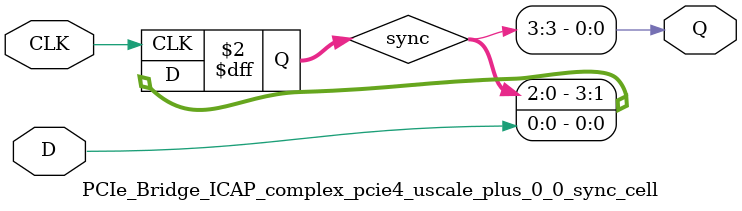
<source format=v>

`timescale 1ps / 1ps

(* DowngradeIPIdentifiedWarnings = "yes" *)
module PCIe_Bridge_ICAP_complex_pcie4_uscale_plus_0_0_sync_cell #
(
    parameter integer STAGE = 3
)
(
    //-------------------------------------------------------------------------- 
    //  Input Ports
    //-------------------------------------------------------------------------- 
    input                               CLK,
    input                               D,
    
    //-------------------------------------------------------------------------- 
    //  Output Ports
    //-------------------------------------------------------------------------- 
    output                              Q
);
    //-------------------------------------------------------------------------- 
    //  Synchronized Signals
    //--------------------------------------------------------------------------  
    (* ASYNC_REG = "TRUE", SHIFT_EXTRACT = "NO" *) reg [STAGE:0] sync;                                                            



//--------------------------------------------------------------------------------------------------
//  Synchronizier
//--------------------------------------------------------------------------------------------------
always @ (posedge CLK)
begin

    sync <= {sync[(STAGE-1):0], D};
            
end   



//--------------------------------------------------------------------------------------------------
//  Generate Output
//--------------------------------------------------------------------------------------------------
assign Q = sync[STAGE];



endmodule

</source>
